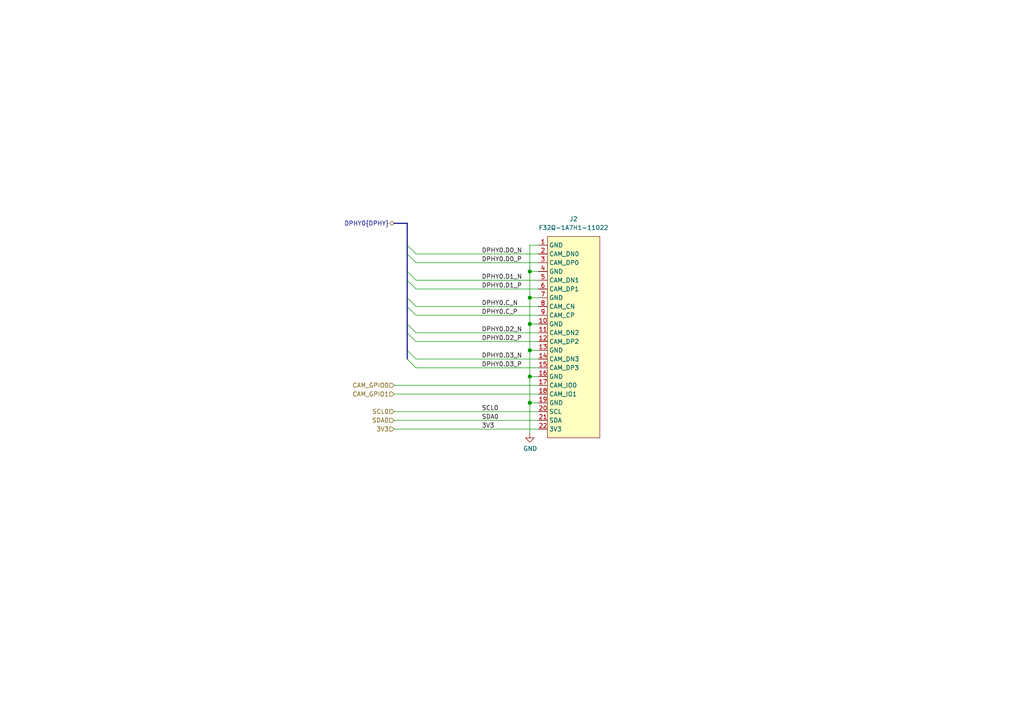
<source format=kicad_sch>
(kicad_sch (version 20250114) (generator "eeschema") (generator_version "9.0")
  (paper "A4")
  (lib_symbols
    (symbol "library:F32Q-1A7H1-11022"
      (property "Reference" "J2" (at 0 33.02 0))
      (property "Value" "F32Q-1A7H1-11022" (at 0 31.75 0))
      (symbol "F32Q-1A7H1-11022_1_1"
        (rectangle (start -7.62 29.21) (end 7.62 -29.21) (fill (type color) (color 255 255 194 1)))
        (pin passive line (at -10.16 26.67 0) (length 2.54) (name "GND") (number "1"))
        (pin passive line (at -10.16 24.13 0) (length 2.54) (name "CAM_DN0") (number "2"))
        (pin passive line (at -10.16 21.59 0) (length 2.54) (name "CAM_DP0") (number "3"))
        (pin passive line (at -10.16 19.05 0) (length 2.54) (name "GND") (number "4"))
        (pin passive line (at -10.16 16.51 0) (length 2.54) (name "CAM_DN1") (number "5"))
        (pin passive line (at -10.16 13.97 0) (length 2.54) (name "CAM_DP1") (number "6"))
        (pin passive line (at -10.16 11.43 0) (length 2.54) (name "GND") (number "7"))
        (pin passive line (at -10.16 8.89 0) (length 2.54) (name "CAM_CN") (number "8"))
        (pin passive line (at -10.16 6.35 0) (length 2.54) (name "CAM_CP") (number "9"))
        (pin passive line (at -10.16 3.81 0) (length 2.54) (name "GND") (number "10"))
        (pin passive line (at -10.16 1.27 0) (length 2.54) (name "CAM_DN2") (number "11"))
        (pin passive line (at -10.16 -1.27 0) (length 2.54) (name "CAM_DP2") (number "12"))
        (pin passive line (at -10.16 -3.81 0) (length 2.54) (name "GND") (number "13"))
        (pin passive line (at -10.16 -6.35 0) (length 2.54) (name "CAM_DN3") (number "14"))
        (pin passive line (at -10.16 -8.89 0) (length 2.54) (name "CAM_DP3") (number "15"))
        (pin passive line (at -10.16 -11.43 0) (length 2.54) (name "GND") (number "16"))
        (pin passive line (at -10.16 -13.97 0) (length 2.54) (name "CAM_IO0") (number "17"))
        (pin passive line (at -10.16 -16.51 0) (length 2.54) (name "CAM_IO1") (number "18"))
        (pin passive line (at -10.16 -19.05 0) (length 2.54) (name "GND") (number "19"))
        (pin passive line (at -10.16 -21.59 0) (length 2.54) (name "SCL") (number "20"))
        (pin passive line (at -10.16 -24.13 0) (length 2.54) (name "SDA") (number "21"))
        (pin passive line (at -10.16 -26.67 0) (length 2.54) (name "3V3") (number "22"))
      )
    )
    (symbol "library:GND" (power) (pin_numbers (hide yes)) (pin_names (offset 0) (hide yes))
      (property "Value" "GND" (at 0 -3.81 0))
      (symbol "GND_0_1"
        (polyline (pts (xy 0 0) (xy 0 -1.27) (xy 1.27 -1.27) (xy 0 -2.54) (xy -1.27 -1.27) (xy 0 -1.27)))
      )
      (symbol "GND_1_1"
        (pin power_in line (at 0 0 270) (length 0) (name "~") (number "1"))
      )
    )
  )
  (bus_alias "DPHY" (members "D0_N" "D0_P" "D1_N" "D1_P" "C_N" "C_P" "D2_N" "D2_P" "D3_N" "D3_P"))
  (junction (at 153.67 93.98) (diameter 1.016))
  (junction (at 153.67 86.36) (diameter 1.016))
  (junction (at 153.67 78.74) (diameter 1.016))
  (junction (at 153.67 101.6) (diameter 1.016))
  (junction (at 153.67 109.22) (diameter 1.016))
  (junction (at 153.67 116.84) (diameter 1.016))
  (bus_entry (at 118.11 71.12) (size 2.54 2.54))
  (bus_entry (at 118.11 96.52) (size 2.54 2.54))
  (bus_entry (at 118.11 86.36) (size 2.54 2.54))
  (bus_entry (at 118.11 81.28) (size 2.54 2.54))
  (bus_entry (at 118.11 104.14) (size 2.54 2.54))
  (bus_entry (at 118.11 88.9) (size 2.54 2.54))
  (bus_entry (at 118.11 78.74) (size 2.54 2.54))
  (bus_entry (at 118.11 93.98) (size 2.54 2.54))
  (bus_entry (at 118.11 73.66) (size 2.54 2.54))
  (bus_entry (at 118.11 101.6) (size 2.54 2.54))
  (wire (pts (xy 120.65 106.68) (xy 156.21 106.68)))
  (wire (pts (xy 156.21 71.12) (xy 153.67 71.12)))
  (wire (pts (xy 153.67 116.84) (xy 153.67 125.73)))
  (wire (pts (xy 120.65 99.06) (xy 156.21 99.06)))
  (wire (pts (xy 120.65 91.44) (xy 156.21 91.44)))
  (wire (pts (xy 156.21 121.92) (xy 114.3 121.92)))
  (wire (pts (xy 120.65 81.28) (xy 156.21 81.28)))
  (wire (pts (xy 120.65 83.82) (xy 156.21 83.82)))
  (wire (pts (xy 153.67 78.74) (xy 153.67 86.36)))
  (wire (pts (xy 153.67 78.74) (xy 156.21 78.74)))
  (wire (pts (xy 120.65 104.14) (xy 156.21 104.14)))
  (wire (pts (xy 153.67 101.6) (xy 156.21 101.6)))
  (wire (pts (xy 153.67 93.98) (xy 153.67 101.6)))
  (bus (pts (xy 118.11 96.52) (xy 118.11 101.6)))
  (wire (pts (xy 114.3 111.76) (xy 156.21 111.76)))
  (wire (pts (xy 120.65 76.2) (xy 156.21 76.2)))
  (bus (pts (xy 118.11 64.77) (xy 118.11 71.12)))
  (bus (pts (xy 118.11 101.6) (xy 118.11 104.14)))
  (wire (pts (xy 153.67 86.36) (xy 153.67 93.98)))
  (wire (pts (xy 114.3 114.3) (xy 156.21 114.3)))
  (wire (pts (xy 153.67 101.6) (xy 153.67 109.22)))
  (wire (pts (xy 153.67 116.84) (xy 156.21 116.84)))
  (wire (pts (xy 153.67 93.98) (xy 156.21 93.98)))
  (bus (pts (xy 118.11 78.74) (xy 118.11 81.28)))
  (bus (pts (xy 118.11 64.77) (xy 114.3 64.77)))
  (wire (pts (xy 153.67 109.22) (xy 156.21 109.22)))
  (bus (pts (xy 118.11 88.9) (xy 118.11 93.98)))
  (wire (pts (xy 120.65 96.52) (xy 156.21 96.52)))
  (bus (pts (xy 118.11 93.98) (xy 118.11 96.52)))
  (wire (pts (xy 153.67 86.36) (xy 156.21 86.36)))
  (wire (pts (xy 156.21 124.46) (xy 114.3 124.46)))
  (bus (pts (xy 118.11 73.66) (xy 118.11 78.74)))
  (wire (pts (xy 153.67 109.22) (xy 153.67 116.84)))
  (bus (pts (xy 118.11 81.28) (xy 118.11 86.36)))
  (wire (pts (xy 120.65 88.9) (xy 156.21 88.9)))
  (wire (pts (xy 120.65 73.66) (xy 156.21 73.66)))
  (bus (pts (xy 118.11 86.36) (xy 118.11 88.9)))
  (wire (pts (xy 156.21 119.38) (xy 114.3 119.38)))
  (wire (pts (xy 153.67 71.12) (xy 153.67 78.74)))
  (bus (pts (xy 118.11 71.12) (xy 118.11 73.66)))
  (label "DPHY0.D0_P" (at 139.7 76.2 0))
  (label "DPHY0.D2_N" (at 139.7 96.52 0))
  (label "DPHY0.D0_N" (at 139.7 73.66 0))
  (label "DPHY0.D2_P" (at 139.7 99.06 0))
  (label "SCL0" (at 139.7 119.38 0))
  (label "3V3" (at 139.7 124.46 0))
  (label "DPHY0.D1_P" (at 139.7 83.82 0))
  (label "DPHY0.D1_N" (at 139.7 81.28 0))
  (label "DPHY0.C_N" (at 139.7 88.9 0))
  (label "DPHY0.D3_P" (at 139.7 106.68 0))
  (label "DPHY0.D3_N" (at 139.7 104.14 0))
  (label "SDA0" (at 139.7 121.92 0))
  (label "DPHY0.C_P" (at 139.7 91.44 0))
  (hierarchical_label "CAM_GPIO0" (shape input) (at 114.3 111.76 180))
  (hierarchical_label "DPHY0{DPHY}" (shape bidirectional) (at 114.3 64.77 180))
  (hierarchical_label "SCL0" (shape input) (at 114.3 119.38 180))
  (hierarchical_label "3V3" (shape input) (at 114.3 124.46 180))
  (hierarchical_label "SDA0" (shape input) (at 114.3 121.92 180))
  (hierarchical_label "CAM_GPIO1" (shape input) (at 114.3 114.3 180))
  (symbol (lib_id "library:GND") (at 153.67 125.73 0) (unit 1)
    (property "Reference" "#PWR0134" (effects (hide yes)))
    (property "Value" "GND" (at 153.797 130.1242 0))
    (property "Description" "Power symbol creates a global label with name \"GND\" , ground" (effects (hide yes)))
  )
  (symbol (lib_id "library:F32Q-1A7H1-11022") (at 166.37 97.79 0) (unit 1)
    (property "Reference" "J2" (at 166.37 63.5 0))
    (property "Value" "F32Q-1A7H1-11022" (at 166.37 66.04 0))
    (property "Footprint" "library:Hirose_FH12-22S-0.5SH_1x22-1MP_P0.50mm_Horizontal" (effects (hide yes)))
    (property "Datasheet" "https://cdn.amphenol-cs.com/media/wysiwyg/files/documentation/datasheet/flex/ffc_fpc_050mm_f32r_f32q.pdf" (effects (hide yes)))
    (property "Description" "22 Position FFC, FPC Connector Contacts, Top 0.020\" (0.50mm) Surface Mount, Right Angle" (effects (hide yes)))
  )
)
</source>
